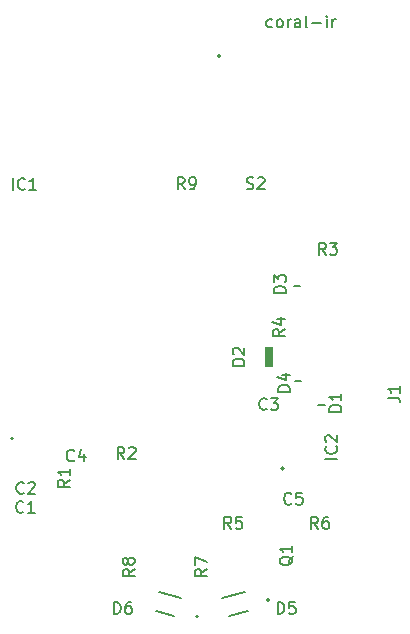
<source format=gto>
G04 #@! TF.GenerationSoftware,KiCad,Pcbnew,9.0.2*
G04 #@! TF.CreationDate,2025-06-24T14:33:43+02:00*
G04 #@! TF.ProjectId,coral-ir,636f7261-6c2d-4697-922e-6b696361645f,rev?*
G04 #@! TF.SameCoordinates,Original*
G04 #@! TF.FileFunction,Legend,Top*
G04 #@! TF.FilePolarity,Positive*
%FSLAX46Y46*%
G04 Gerber Fmt 4.6, Leading zero omitted, Abs format (unit mm)*
G04 Created by KiCad (PCBNEW 9.0.2) date 2025-06-24 14:33:43*
%MOMM*%
%LPD*%
G01*
G04 APERTURE LIST*
G04 Aperture macros list*
%AMRoundRect*
0 Rectangle with rounded corners*
0 $1 Rounding radius*
0 $2 $3 $4 $5 $6 $7 $8 $9 X,Y pos of 4 corners*
0 Add a 4 corners polygon primitive as box body*
4,1,4,$2,$3,$4,$5,$6,$7,$8,$9,$2,$3,0*
0 Add four circle primitives for the rounded corners*
1,1,$1+$1,$2,$3*
1,1,$1+$1,$4,$5*
1,1,$1+$1,$6,$7*
1,1,$1+$1,$8,$9*
0 Add four rect primitives between the rounded corners*
20,1,$1+$1,$2,$3,$4,$5,0*
20,1,$1+$1,$4,$5,$6,$7,0*
20,1,$1+$1,$6,$7,$8,$9,0*
20,1,$1+$1,$8,$9,$2,$3,0*%
G04 Aperture macros list end*
%ADD10C,0.153000*%
%ADD11C,0.200000*%
%ADD12C,0.127000*%
%ADD13C,0.010000*%
%ADD14R,1.400000X1.600000*%
%ADD15R,0.750000X0.600000*%
%ADD16R,0.600000X0.750000*%
%ADD17C,2.600000*%
%ADD18C,3.800000*%
%ADD19R,0.350000X0.800000*%
%ADD20R,2.500000X1.750000*%
%ADD21R,0.600000X0.620000*%
%ADD22RoundRect,0.102000X0.279375X0.696024X-0.589958X0.463087X-0.279375X-0.696024X0.589958X-0.463087X0*%
%ADD23R,0.914400X1.219200*%
%ADD24R,0.900000X1.500000*%
%ADD25R,0.800000X0.800000*%
%ADD26RoundRect,0.102000X0.589958X0.463087X-0.279375X0.696024X-0.589958X-0.463087X0.279375X-0.696024X0*%
%ADD27R,0.600000X1.250000*%
%ADD28R,0.320000X0.430000*%
%ADD29C,0.650000*%
%ADD30R,1.030000X0.600000*%
%ADD31R,1.080000X0.600000*%
%ADD32R,1.150000X0.300000*%
%ADD33O,2.100000X1.050000*%
%ADD34O,2.000000X1.000000*%
%ADD35C,1.270000*%
%ADD36C,2.409000*%
%ADD37R,2.250000X2.250000*%
%ADD38C,2.250000*%
G04 APERTURE END LIST*
D10*
X113445237Y-42757044D02*
X113349999Y-42804663D01*
X113349999Y-42804663D02*
X113159523Y-42804663D01*
X113159523Y-42804663D02*
X113064285Y-42757044D01*
X113064285Y-42757044D02*
X113016666Y-42709424D01*
X113016666Y-42709424D02*
X112969047Y-42614186D01*
X112969047Y-42614186D02*
X112969047Y-42328472D01*
X112969047Y-42328472D02*
X113016666Y-42233234D01*
X113016666Y-42233234D02*
X113064285Y-42185615D01*
X113064285Y-42185615D02*
X113159523Y-42137996D01*
X113159523Y-42137996D02*
X113349999Y-42137996D01*
X113349999Y-42137996D02*
X113445237Y-42185615D01*
X114016666Y-42804663D02*
X113921428Y-42757044D01*
X113921428Y-42757044D02*
X113873809Y-42709424D01*
X113873809Y-42709424D02*
X113826190Y-42614186D01*
X113826190Y-42614186D02*
X113826190Y-42328472D01*
X113826190Y-42328472D02*
X113873809Y-42233234D01*
X113873809Y-42233234D02*
X113921428Y-42185615D01*
X113921428Y-42185615D02*
X114016666Y-42137996D01*
X114016666Y-42137996D02*
X114159523Y-42137996D01*
X114159523Y-42137996D02*
X114254761Y-42185615D01*
X114254761Y-42185615D02*
X114302380Y-42233234D01*
X114302380Y-42233234D02*
X114349999Y-42328472D01*
X114349999Y-42328472D02*
X114349999Y-42614186D01*
X114349999Y-42614186D02*
X114302380Y-42709424D01*
X114302380Y-42709424D02*
X114254761Y-42757044D01*
X114254761Y-42757044D02*
X114159523Y-42804663D01*
X114159523Y-42804663D02*
X114016666Y-42804663D01*
X114778571Y-42804663D02*
X114778571Y-42137996D01*
X114778571Y-42328472D02*
X114826190Y-42233234D01*
X114826190Y-42233234D02*
X114873809Y-42185615D01*
X114873809Y-42185615D02*
X114969047Y-42137996D01*
X114969047Y-42137996D02*
X115064285Y-42137996D01*
X115826190Y-42804663D02*
X115826190Y-42280853D01*
X115826190Y-42280853D02*
X115778571Y-42185615D01*
X115778571Y-42185615D02*
X115683333Y-42137996D01*
X115683333Y-42137996D02*
X115492857Y-42137996D01*
X115492857Y-42137996D02*
X115397619Y-42185615D01*
X115826190Y-42757044D02*
X115730952Y-42804663D01*
X115730952Y-42804663D02*
X115492857Y-42804663D01*
X115492857Y-42804663D02*
X115397619Y-42757044D01*
X115397619Y-42757044D02*
X115350000Y-42661805D01*
X115350000Y-42661805D02*
X115350000Y-42566567D01*
X115350000Y-42566567D02*
X115397619Y-42471329D01*
X115397619Y-42471329D02*
X115492857Y-42423710D01*
X115492857Y-42423710D02*
X115730952Y-42423710D01*
X115730952Y-42423710D02*
X115826190Y-42376091D01*
X116445238Y-42804663D02*
X116350000Y-42757044D01*
X116350000Y-42757044D02*
X116302381Y-42661805D01*
X116302381Y-42661805D02*
X116302381Y-41804663D01*
X116826191Y-42423710D02*
X117588096Y-42423710D01*
X118064286Y-42804663D02*
X118064286Y-42137996D01*
X118064286Y-41804663D02*
X118016667Y-41852282D01*
X118016667Y-41852282D02*
X118064286Y-41899901D01*
X118064286Y-41899901D02*
X118111905Y-41852282D01*
X118111905Y-41852282D02*
X118064286Y-41804663D01*
X118064286Y-41804663D02*
X118064286Y-41899901D01*
X118540476Y-42804663D02*
X118540476Y-42137996D01*
X118540476Y-42328472D02*
X118588095Y-42233234D01*
X118588095Y-42233234D02*
X118635714Y-42185615D01*
X118635714Y-42185615D02*
X118730952Y-42137996D01*
X118730952Y-42137996D02*
X118826190Y-42137996D01*
D11*
X111288095Y-56454600D02*
X111430952Y-56502219D01*
X111430952Y-56502219D02*
X111669047Y-56502219D01*
X111669047Y-56502219D02*
X111764285Y-56454600D01*
X111764285Y-56454600D02*
X111811904Y-56406980D01*
X111811904Y-56406980D02*
X111859523Y-56311742D01*
X111859523Y-56311742D02*
X111859523Y-56216504D01*
X111859523Y-56216504D02*
X111811904Y-56121266D01*
X111811904Y-56121266D02*
X111764285Y-56073647D01*
X111764285Y-56073647D02*
X111669047Y-56026028D01*
X111669047Y-56026028D02*
X111478571Y-55978409D01*
X111478571Y-55978409D02*
X111383333Y-55930790D01*
X111383333Y-55930790D02*
X111335714Y-55883171D01*
X111335714Y-55883171D02*
X111288095Y-55787933D01*
X111288095Y-55787933D02*
X111288095Y-55692695D01*
X111288095Y-55692695D02*
X111335714Y-55597457D01*
X111335714Y-55597457D02*
X111383333Y-55549838D01*
X111383333Y-55549838D02*
X111478571Y-55502219D01*
X111478571Y-55502219D02*
X111716666Y-55502219D01*
X111716666Y-55502219D02*
X111859523Y-55549838D01*
X112240476Y-55597457D02*
X112288095Y-55549838D01*
X112288095Y-55549838D02*
X112383333Y-55502219D01*
X112383333Y-55502219D02*
X112621428Y-55502219D01*
X112621428Y-55502219D02*
X112716666Y-55549838D01*
X112716666Y-55549838D02*
X112764285Y-55597457D01*
X112764285Y-55597457D02*
X112811904Y-55692695D01*
X112811904Y-55692695D02*
X112811904Y-55787933D01*
X112811904Y-55787933D02*
X112764285Y-55930790D01*
X112764285Y-55930790D02*
X112192857Y-56502219D01*
X112192857Y-56502219D02*
X112811904Y-56502219D01*
X106033333Y-56502219D02*
X105700000Y-56026028D01*
X105461905Y-56502219D02*
X105461905Y-55502219D01*
X105461905Y-55502219D02*
X105842857Y-55502219D01*
X105842857Y-55502219D02*
X105938095Y-55549838D01*
X105938095Y-55549838D02*
X105985714Y-55597457D01*
X105985714Y-55597457D02*
X106033333Y-55692695D01*
X106033333Y-55692695D02*
X106033333Y-55835552D01*
X106033333Y-55835552D02*
X105985714Y-55930790D01*
X105985714Y-55930790D02*
X105938095Y-55978409D01*
X105938095Y-55978409D02*
X105842857Y-56026028D01*
X105842857Y-56026028D02*
X105461905Y-56026028D01*
X106509524Y-56502219D02*
X106700000Y-56502219D01*
X106700000Y-56502219D02*
X106795238Y-56454600D01*
X106795238Y-56454600D02*
X106842857Y-56406980D01*
X106842857Y-56406980D02*
X106938095Y-56264123D01*
X106938095Y-56264123D02*
X106985714Y-56073647D01*
X106985714Y-56073647D02*
X106985714Y-55692695D01*
X106985714Y-55692695D02*
X106938095Y-55597457D01*
X106938095Y-55597457D02*
X106890476Y-55549838D01*
X106890476Y-55549838D02*
X106795238Y-55502219D01*
X106795238Y-55502219D02*
X106604762Y-55502219D01*
X106604762Y-55502219D02*
X106509524Y-55549838D01*
X106509524Y-55549838D02*
X106461905Y-55597457D01*
X106461905Y-55597457D02*
X106414286Y-55692695D01*
X106414286Y-55692695D02*
X106414286Y-55930790D01*
X106414286Y-55930790D02*
X106461905Y-56026028D01*
X106461905Y-56026028D02*
X106509524Y-56073647D01*
X106509524Y-56073647D02*
X106604762Y-56121266D01*
X106604762Y-56121266D02*
X106795238Y-56121266D01*
X106795238Y-56121266D02*
X106890476Y-56073647D01*
X106890476Y-56073647D02*
X106938095Y-56026028D01*
X106938095Y-56026028D02*
X106985714Y-55930790D01*
X101802219Y-88666666D02*
X101326028Y-88999999D01*
X101802219Y-89238094D02*
X100802219Y-89238094D01*
X100802219Y-89238094D02*
X100802219Y-88857142D01*
X100802219Y-88857142D02*
X100849838Y-88761904D01*
X100849838Y-88761904D02*
X100897457Y-88714285D01*
X100897457Y-88714285D02*
X100992695Y-88666666D01*
X100992695Y-88666666D02*
X101135552Y-88666666D01*
X101135552Y-88666666D02*
X101230790Y-88714285D01*
X101230790Y-88714285D02*
X101278409Y-88761904D01*
X101278409Y-88761904D02*
X101326028Y-88857142D01*
X101326028Y-88857142D02*
X101326028Y-89238094D01*
X101230790Y-88095237D02*
X101183171Y-88190475D01*
X101183171Y-88190475D02*
X101135552Y-88238094D01*
X101135552Y-88238094D02*
X101040314Y-88285713D01*
X101040314Y-88285713D02*
X100992695Y-88285713D01*
X100992695Y-88285713D02*
X100897457Y-88238094D01*
X100897457Y-88238094D02*
X100849838Y-88190475D01*
X100849838Y-88190475D02*
X100802219Y-88095237D01*
X100802219Y-88095237D02*
X100802219Y-87904761D01*
X100802219Y-87904761D02*
X100849838Y-87809523D01*
X100849838Y-87809523D02*
X100897457Y-87761904D01*
X100897457Y-87761904D02*
X100992695Y-87714285D01*
X100992695Y-87714285D02*
X101040314Y-87714285D01*
X101040314Y-87714285D02*
X101135552Y-87761904D01*
X101135552Y-87761904D02*
X101183171Y-87809523D01*
X101183171Y-87809523D02*
X101230790Y-87904761D01*
X101230790Y-87904761D02*
X101230790Y-88095237D01*
X101230790Y-88095237D02*
X101278409Y-88190475D01*
X101278409Y-88190475D02*
X101326028Y-88238094D01*
X101326028Y-88238094D02*
X101421266Y-88285713D01*
X101421266Y-88285713D02*
X101611742Y-88285713D01*
X101611742Y-88285713D02*
X101706980Y-88238094D01*
X101706980Y-88238094D02*
X101754600Y-88190475D01*
X101754600Y-88190475D02*
X101802219Y-88095237D01*
X101802219Y-88095237D02*
X101802219Y-87904761D01*
X101802219Y-87904761D02*
X101754600Y-87809523D01*
X101754600Y-87809523D02*
X101706980Y-87761904D01*
X101706980Y-87761904D02*
X101611742Y-87714285D01*
X101611742Y-87714285D02*
X101421266Y-87714285D01*
X101421266Y-87714285D02*
X101326028Y-87761904D01*
X101326028Y-87761904D02*
X101278409Y-87809523D01*
X101278409Y-87809523D02*
X101230790Y-87904761D01*
D10*
X118954663Y-79326189D02*
X117954663Y-79326189D01*
X118859424Y-78278571D02*
X118907044Y-78326190D01*
X118907044Y-78326190D02*
X118954663Y-78469047D01*
X118954663Y-78469047D02*
X118954663Y-78564285D01*
X118954663Y-78564285D02*
X118907044Y-78707142D01*
X118907044Y-78707142D02*
X118811805Y-78802380D01*
X118811805Y-78802380D02*
X118716567Y-78849999D01*
X118716567Y-78849999D02*
X118526091Y-78897618D01*
X118526091Y-78897618D02*
X118383234Y-78897618D01*
X118383234Y-78897618D02*
X118192758Y-78849999D01*
X118192758Y-78849999D02*
X118097520Y-78802380D01*
X118097520Y-78802380D02*
X118002282Y-78707142D01*
X118002282Y-78707142D02*
X117954663Y-78564285D01*
X117954663Y-78564285D02*
X117954663Y-78469047D01*
X117954663Y-78469047D02*
X118002282Y-78326190D01*
X118002282Y-78326190D02*
X118049901Y-78278571D01*
X118049901Y-77897618D02*
X118002282Y-77849999D01*
X118002282Y-77849999D02*
X117954663Y-77754761D01*
X117954663Y-77754761D02*
X117954663Y-77516666D01*
X117954663Y-77516666D02*
X118002282Y-77421428D01*
X118002282Y-77421428D02*
X118049901Y-77373809D01*
X118049901Y-77373809D02*
X118145139Y-77326190D01*
X118145139Y-77326190D02*
X118240377Y-77326190D01*
X118240377Y-77326190D02*
X118383234Y-77373809D01*
X118383234Y-77373809D02*
X118954663Y-77945237D01*
X118954663Y-77945237D02*
X118954663Y-77326190D01*
D11*
X112983333Y-75106980D02*
X112935714Y-75154600D01*
X112935714Y-75154600D02*
X112792857Y-75202219D01*
X112792857Y-75202219D02*
X112697619Y-75202219D01*
X112697619Y-75202219D02*
X112554762Y-75154600D01*
X112554762Y-75154600D02*
X112459524Y-75059361D01*
X112459524Y-75059361D02*
X112411905Y-74964123D01*
X112411905Y-74964123D02*
X112364286Y-74773647D01*
X112364286Y-74773647D02*
X112364286Y-74630790D01*
X112364286Y-74630790D02*
X112411905Y-74440314D01*
X112411905Y-74440314D02*
X112459524Y-74345076D01*
X112459524Y-74345076D02*
X112554762Y-74249838D01*
X112554762Y-74249838D02*
X112697619Y-74202219D01*
X112697619Y-74202219D02*
X112792857Y-74202219D01*
X112792857Y-74202219D02*
X112935714Y-74249838D01*
X112935714Y-74249838D02*
X112983333Y-74297457D01*
X113316667Y-74202219D02*
X113935714Y-74202219D01*
X113935714Y-74202219D02*
X113602381Y-74583171D01*
X113602381Y-74583171D02*
X113745238Y-74583171D01*
X113745238Y-74583171D02*
X113840476Y-74630790D01*
X113840476Y-74630790D02*
X113888095Y-74678409D01*
X113888095Y-74678409D02*
X113935714Y-74773647D01*
X113935714Y-74773647D02*
X113935714Y-75011742D01*
X113935714Y-75011742D02*
X113888095Y-75106980D01*
X113888095Y-75106980D02*
X113840476Y-75154600D01*
X113840476Y-75154600D02*
X113745238Y-75202219D01*
X113745238Y-75202219D02*
X113459524Y-75202219D01*
X113459524Y-75202219D02*
X113364286Y-75154600D01*
X113364286Y-75154600D02*
X113316667Y-75106980D01*
X109983333Y-85252219D02*
X109650000Y-84776028D01*
X109411905Y-85252219D02*
X109411905Y-84252219D01*
X109411905Y-84252219D02*
X109792857Y-84252219D01*
X109792857Y-84252219D02*
X109888095Y-84299838D01*
X109888095Y-84299838D02*
X109935714Y-84347457D01*
X109935714Y-84347457D02*
X109983333Y-84442695D01*
X109983333Y-84442695D02*
X109983333Y-84585552D01*
X109983333Y-84585552D02*
X109935714Y-84680790D01*
X109935714Y-84680790D02*
X109888095Y-84728409D01*
X109888095Y-84728409D02*
X109792857Y-84776028D01*
X109792857Y-84776028D02*
X109411905Y-84776028D01*
X110888095Y-84252219D02*
X110411905Y-84252219D01*
X110411905Y-84252219D02*
X110364286Y-84728409D01*
X110364286Y-84728409D02*
X110411905Y-84680790D01*
X110411905Y-84680790D02*
X110507143Y-84633171D01*
X110507143Y-84633171D02*
X110745238Y-84633171D01*
X110745238Y-84633171D02*
X110840476Y-84680790D01*
X110840476Y-84680790D02*
X110888095Y-84728409D01*
X110888095Y-84728409D02*
X110935714Y-84823647D01*
X110935714Y-84823647D02*
X110935714Y-85061742D01*
X110935714Y-85061742D02*
X110888095Y-85156980D01*
X110888095Y-85156980D02*
X110840476Y-85204600D01*
X110840476Y-85204600D02*
X110745238Y-85252219D01*
X110745238Y-85252219D02*
X110507143Y-85252219D01*
X110507143Y-85252219D02*
X110411905Y-85204600D01*
X110411905Y-85204600D02*
X110364286Y-85156980D01*
D10*
X96304663Y-81116666D02*
X95828472Y-81449999D01*
X96304663Y-81688094D02*
X95304663Y-81688094D01*
X95304663Y-81688094D02*
X95304663Y-81307142D01*
X95304663Y-81307142D02*
X95352282Y-81211904D01*
X95352282Y-81211904D02*
X95399901Y-81164285D01*
X95399901Y-81164285D02*
X95495139Y-81116666D01*
X95495139Y-81116666D02*
X95637996Y-81116666D01*
X95637996Y-81116666D02*
X95733234Y-81164285D01*
X95733234Y-81164285D02*
X95780853Y-81211904D01*
X95780853Y-81211904D02*
X95828472Y-81307142D01*
X95828472Y-81307142D02*
X95828472Y-81688094D01*
X96304663Y-80164285D02*
X96304663Y-80735713D01*
X96304663Y-80449999D02*
X95304663Y-80449999D01*
X95304663Y-80449999D02*
X95447520Y-80545237D01*
X95447520Y-80545237D02*
X95542758Y-80640475D01*
X95542758Y-80640475D02*
X95590377Y-80735713D01*
D11*
X117333333Y-85252219D02*
X117000000Y-84776028D01*
X116761905Y-85252219D02*
X116761905Y-84252219D01*
X116761905Y-84252219D02*
X117142857Y-84252219D01*
X117142857Y-84252219D02*
X117238095Y-84299838D01*
X117238095Y-84299838D02*
X117285714Y-84347457D01*
X117285714Y-84347457D02*
X117333333Y-84442695D01*
X117333333Y-84442695D02*
X117333333Y-84585552D01*
X117333333Y-84585552D02*
X117285714Y-84680790D01*
X117285714Y-84680790D02*
X117238095Y-84728409D01*
X117238095Y-84728409D02*
X117142857Y-84776028D01*
X117142857Y-84776028D02*
X116761905Y-84776028D01*
X118190476Y-84252219D02*
X118000000Y-84252219D01*
X118000000Y-84252219D02*
X117904762Y-84299838D01*
X117904762Y-84299838D02*
X117857143Y-84347457D01*
X117857143Y-84347457D02*
X117761905Y-84490314D01*
X117761905Y-84490314D02*
X117714286Y-84680790D01*
X117714286Y-84680790D02*
X117714286Y-85061742D01*
X117714286Y-85061742D02*
X117761905Y-85156980D01*
X117761905Y-85156980D02*
X117809524Y-85204600D01*
X117809524Y-85204600D02*
X117904762Y-85252219D01*
X117904762Y-85252219D02*
X118095238Y-85252219D01*
X118095238Y-85252219D02*
X118190476Y-85204600D01*
X118190476Y-85204600D02*
X118238095Y-85156980D01*
X118238095Y-85156980D02*
X118285714Y-85061742D01*
X118285714Y-85061742D02*
X118285714Y-84823647D01*
X118285714Y-84823647D02*
X118238095Y-84728409D01*
X118238095Y-84728409D02*
X118190476Y-84680790D01*
X118190476Y-84680790D02*
X118095238Y-84633171D01*
X118095238Y-84633171D02*
X117904762Y-84633171D01*
X117904762Y-84633171D02*
X117809524Y-84680790D01*
X117809524Y-84680790D02*
X117761905Y-84728409D01*
X117761905Y-84728409D02*
X117714286Y-84823647D01*
X113911905Y-92452219D02*
X113911905Y-91452219D01*
X113911905Y-91452219D02*
X114150000Y-91452219D01*
X114150000Y-91452219D02*
X114292857Y-91499838D01*
X114292857Y-91499838D02*
X114388095Y-91595076D01*
X114388095Y-91595076D02*
X114435714Y-91690314D01*
X114435714Y-91690314D02*
X114483333Y-91880790D01*
X114483333Y-91880790D02*
X114483333Y-92023647D01*
X114483333Y-92023647D02*
X114435714Y-92214123D01*
X114435714Y-92214123D02*
X114388095Y-92309361D01*
X114388095Y-92309361D02*
X114292857Y-92404600D01*
X114292857Y-92404600D02*
X114150000Y-92452219D01*
X114150000Y-92452219D02*
X113911905Y-92452219D01*
X115388095Y-91452219D02*
X114911905Y-91452219D01*
X114911905Y-91452219D02*
X114864286Y-91928409D01*
X114864286Y-91928409D02*
X114911905Y-91880790D01*
X114911905Y-91880790D02*
X115007143Y-91833171D01*
X115007143Y-91833171D02*
X115245238Y-91833171D01*
X115245238Y-91833171D02*
X115340476Y-91880790D01*
X115340476Y-91880790D02*
X115388095Y-91928409D01*
X115388095Y-91928409D02*
X115435714Y-92023647D01*
X115435714Y-92023647D02*
X115435714Y-92261742D01*
X115435714Y-92261742D02*
X115388095Y-92356980D01*
X115388095Y-92356980D02*
X115340476Y-92404600D01*
X115340476Y-92404600D02*
X115245238Y-92452219D01*
X115245238Y-92452219D02*
X115007143Y-92452219D01*
X115007143Y-92452219D02*
X114911905Y-92404600D01*
X114911905Y-92404600D02*
X114864286Y-92356980D01*
D10*
X111104663Y-71438094D02*
X110104663Y-71438094D01*
X110104663Y-71438094D02*
X110104663Y-71199999D01*
X110104663Y-71199999D02*
X110152282Y-71057142D01*
X110152282Y-71057142D02*
X110247520Y-70961904D01*
X110247520Y-70961904D02*
X110342758Y-70914285D01*
X110342758Y-70914285D02*
X110533234Y-70866666D01*
X110533234Y-70866666D02*
X110676091Y-70866666D01*
X110676091Y-70866666D02*
X110866567Y-70914285D01*
X110866567Y-70914285D02*
X110961805Y-70961904D01*
X110961805Y-70961904D02*
X111057044Y-71057142D01*
X111057044Y-71057142D02*
X111104663Y-71199999D01*
X111104663Y-71199999D02*
X111104663Y-71438094D01*
X110199901Y-70485713D02*
X110152282Y-70438094D01*
X110152282Y-70438094D02*
X110104663Y-70342856D01*
X110104663Y-70342856D02*
X110104663Y-70104761D01*
X110104663Y-70104761D02*
X110152282Y-70009523D01*
X110152282Y-70009523D02*
X110199901Y-69961904D01*
X110199901Y-69961904D02*
X110295139Y-69914285D01*
X110295139Y-69914285D02*
X110390377Y-69914285D01*
X110390377Y-69914285D02*
X110533234Y-69961904D01*
X110533234Y-69961904D02*
X111104663Y-70533332D01*
X111104663Y-70533332D02*
X111104663Y-69914285D01*
D11*
X92383333Y-83806980D02*
X92335714Y-83854600D01*
X92335714Y-83854600D02*
X92192857Y-83902219D01*
X92192857Y-83902219D02*
X92097619Y-83902219D01*
X92097619Y-83902219D02*
X91954762Y-83854600D01*
X91954762Y-83854600D02*
X91859524Y-83759361D01*
X91859524Y-83759361D02*
X91811905Y-83664123D01*
X91811905Y-83664123D02*
X91764286Y-83473647D01*
X91764286Y-83473647D02*
X91764286Y-83330790D01*
X91764286Y-83330790D02*
X91811905Y-83140314D01*
X91811905Y-83140314D02*
X91859524Y-83045076D01*
X91859524Y-83045076D02*
X91954762Y-82949838D01*
X91954762Y-82949838D02*
X92097619Y-82902219D01*
X92097619Y-82902219D02*
X92192857Y-82902219D01*
X92192857Y-82902219D02*
X92335714Y-82949838D01*
X92335714Y-82949838D02*
X92383333Y-82997457D01*
X93335714Y-83902219D02*
X92764286Y-83902219D01*
X93050000Y-83902219D02*
X93050000Y-82902219D01*
X93050000Y-82902219D02*
X92954762Y-83045076D01*
X92954762Y-83045076D02*
X92859524Y-83140314D01*
X92859524Y-83140314D02*
X92764286Y-83187933D01*
D10*
X91473810Y-56554663D02*
X91473810Y-55554663D01*
X92521428Y-56459424D02*
X92473809Y-56507044D01*
X92473809Y-56507044D02*
X92330952Y-56554663D01*
X92330952Y-56554663D02*
X92235714Y-56554663D01*
X92235714Y-56554663D02*
X92092857Y-56507044D01*
X92092857Y-56507044D02*
X91997619Y-56411805D01*
X91997619Y-56411805D02*
X91950000Y-56316567D01*
X91950000Y-56316567D02*
X91902381Y-56126091D01*
X91902381Y-56126091D02*
X91902381Y-55983234D01*
X91902381Y-55983234D02*
X91950000Y-55792758D01*
X91950000Y-55792758D02*
X91997619Y-55697520D01*
X91997619Y-55697520D02*
X92092857Y-55602282D01*
X92092857Y-55602282D02*
X92235714Y-55554663D01*
X92235714Y-55554663D02*
X92330952Y-55554663D01*
X92330952Y-55554663D02*
X92473809Y-55602282D01*
X92473809Y-55602282D02*
X92521428Y-55649901D01*
X93473809Y-56554663D02*
X92902381Y-56554663D01*
X93188095Y-56554663D02*
X93188095Y-55554663D01*
X93188095Y-55554663D02*
X93092857Y-55697520D01*
X93092857Y-55697520D02*
X92997619Y-55792758D01*
X92997619Y-55792758D02*
X92902381Y-55840377D01*
X100933333Y-79354663D02*
X100600000Y-78878472D01*
X100361905Y-79354663D02*
X100361905Y-78354663D01*
X100361905Y-78354663D02*
X100742857Y-78354663D01*
X100742857Y-78354663D02*
X100838095Y-78402282D01*
X100838095Y-78402282D02*
X100885714Y-78449901D01*
X100885714Y-78449901D02*
X100933333Y-78545139D01*
X100933333Y-78545139D02*
X100933333Y-78687996D01*
X100933333Y-78687996D02*
X100885714Y-78783234D01*
X100885714Y-78783234D02*
X100838095Y-78830853D01*
X100838095Y-78830853D02*
X100742857Y-78878472D01*
X100742857Y-78878472D02*
X100361905Y-78878472D01*
X101314286Y-78449901D02*
X101361905Y-78402282D01*
X101361905Y-78402282D02*
X101457143Y-78354663D01*
X101457143Y-78354663D02*
X101695238Y-78354663D01*
X101695238Y-78354663D02*
X101790476Y-78402282D01*
X101790476Y-78402282D02*
X101838095Y-78449901D01*
X101838095Y-78449901D02*
X101885714Y-78545139D01*
X101885714Y-78545139D02*
X101885714Y-78640377D01*
X101885714Y-78640377D02*
X101838095Y-78783234D01*
X101838095Y-78783234D02*
X101266667Y-79354663D01*
X101266667Y-79354663D02*
X101885714Y-79354663D01*
D11*
X100061905Y-92452218D02*
X100061905Y-91452218D01*
X100061905Y-91452218D02*
X100300000Y-91452218D01*
X100300000Y-91452218D02*
X100442857Y-91499837D01*
X100442857Y-91499837D02*
X100538095Y-91595075D01*
X100538095Y-91595075D02*
X100585714Y-91690313D01*
X100585714Y-91690313D02*
X100633333Y-91880789D01*
X100633333Y-91880789D02*
X100633333Y-92023646D01*
X100633333Y-92023646D02*
X100585714Y-92214122D01*
X100585714Y-92214122D02*
X100538095Y-92309360D01*
X100538095Y-92309360D02*
X100442857Y-92404599D01*
X100442857Y-92404599D02*
X100300000Y-92452218D01*
X100300000Y-92452218D02*
X100061905Y-92452218D01*
X101490476Y-91452218D02*
X101300000Y-91452218D01*
X101300000Y-91452218D02*
X101204762Y-91499837D01*
X101204762Y-91499837D02*
X101157143Y-91547456D01*
X101157143Y-91547456D02*
X101061905Y-91690313D01*
X101061905Y-91690313D02*
X101014286Y-91880789D01*
X101014286Y-91880789D02*
X101014286Y-92261741D01*
X101014286Y-92261741D02*
X101061905Y-92356979D01*
X101061905Y-92356979D02*
X101109524Y-92404599D01*
X101109524Y-92404599D02*
X101204762Y-92452218D01*
X101204762Y-92452218D02*
X101395238Y-92452218D01*
X101395238Y-92452218D02*
X101490476Y-92404599D01*
X101490476Y-92404599D02*
X101538095Y-92356979D01*
X101538095Y-92356979D02*
X101585714Y-92261741D01*
X101585714Y-92261741D02*
X101585714Y-92023646D01*
X101585714Y-92023646D02*
X101538095Y-91928408D01*
X101538095Y-91928408D02*
X101490476Y-91880789D01*
X101490476Y-91880789D02*
X101395238Y-91833170D01*
X101395238Y-91833170D02*
X101204762Y-91833170D01*
X101204762Y-91833170D02*
X101109524Y-91880789D01*
X101109524Y-91880789D02*
X101061905Y-91928408D01*
X101061905Y-91928408D02*
X101014286Y-92023646D01*
X115197457Y-87595238D02*
X115149838Y-87690476D01*
X115149838Y-87690476D02*
X115054600Y-87785714D01*
X115054600Y-87785714D02*
X114911742Y-87928571D01*
X114911742Y-87928571D02*
X114864123Y-88023809D01*
X114864123Y-88023809D02*
X114864123Y-88119047D01*
X115102219Y-88071428D02*
X115054600Y-88166666D01*
X115054600Y-88166666D02*
X114959361Y-88261904D01*
X114959361Y-88261904D02*
X114768885Y-88309523D01*
X114768885Y-88309523D02*
X114435552Y-88309523D01*
X114435552Y-88309523D02*
X114245076Y-88261904D01*
X114245076Y-88261904D02*
X114149838Y-88166666D01*
X114149838Y-88166666D02*
X114102219Y-88071428D01*
X114102219Y-88071428D02*
X114102219Y-87880952D01*
X114102219Y-87880952D02*
X114149838Y-87785714D01*
X114149838Y-87785714D02*
X114245076Y-87690476D01*
X114245076Y-87690476D02*
X114435552Y-87642857D01*
X114435552Y-87642857D02*
X114768885Y-87642857D01*
X114768885Y-87642857D02*
X114959361Y-87690476D01*
X114959361Y-87690476D02*
X115054600Y-87785714D01*
X115054600Y-87785714D02*
X115102219Y-87880952D01*
X115102219Y-87880952D02*
X115102219Y-88071428D01*
X115102219Y-86690476D02*
X115102219Y-87261904D01*
X115102219Y-86976190D02*
X114102219Y-86976190D01*
X114102219Y-86976190D02*
X114245076Y-87071428D01*
X114245076Y-87071428D02*
X114340314Y-87166666D01*
X114340314Y-87166666D02*
X114387933Y-87261904D01*
D10*
X114604663Y-65288094D02*
X113604663Y-65288094D01*
X113604663Y-65288094D02*
X113604663Y-65049999D01*
X113604663Y-65049999D02*
X113652282Y-64907142D01*
X113652282Y-64907142D02*
X113747520Y-64811904D01*
X113747520Y-64811904D02*
X113842758Y-64764285D01*
X113842758Y-64764285D02*
X114033234Y-64716666D01*
X114033234Y-64716666D02*
X114176091Y-64716666D01*
X114176091Y-64716666D02*
X114366567Y-64764285D01*
X114366567Y-64764285D02*
X114461805Y-64811904D01*
X114461805Y-64811904D02*
X114557044Y-64907142D01*
X114557044Y-64907142D02*
X114604663Y-65049999D01*
X114604663Y-65049999D02*
X114604663Y-65288094D01*
X113604663Y-64383332D02*
X113604663Y-63764285D01*
X113604663Y-63764285D02*
X113985615Y-64097618D01*
X113985615Y-64097618D02*
X113985615Y-63954761D01*
X113985615Y-63954761D02*
X114033234Y-63859523D01*
X114033234Y-63859523D02*
X114080853Y-63811904D01*
X114080853Y-63811904D02*
X114176091Y-63764285D01*
X114176091Y-63764285D02*
X114414186Y-63764285D01*
X114414186Y-63764285D02*
X114509424Y-63811904D01*
X114509424Y-63811904D02*
X114557044Y-63859523D01*
X114557044Y-63859523D02*
X114604663Y-63954761D01*
X114604663Y-63954761D02*
X114604663Y-64240475D01*
X114604663Y-64240475D02*
X114557044Y-64335713D01*
X114557044Y-64335713D02*
X114509424Y-64383332D01*
X114954663Y-73638094D02*
X113954663Y-73638094D01*
X113954663Y-73638094D02*
X113954663Y-73399999D01*
X113954663Y-73399999D02*
X114002282Y-73257142D01*
X114002282Y-73257142D02*
X114097520Y-73161904D01*
X114097520Y-73161904D02*
X114192758Y-73114285D01*
X114192758Y-73114285D02*
X114383234Y-73066666D01*
X114383234Y-73066666D02*
X114526091Y-73066666D01*
X114526091Y-73066666D02*
X114716567Y-73114285D01*
X114716567Y-73114285D02*
X114811805Y-73161904D01*
X114811805Y-73161904D02*
X114907044Y-73257142D01*
X114907044Y-73257142D02*
X114954663Y-73399999D01*
X114954663Y-73399999D02*
X114954663Y-73638094D01*
X114287996Y-72209523D02*
X114954663Y-72209523D01*
X113907044Y-72447618D02*
X114621329Y-72685713D01*
X114621329Y-72685713D02*
X114621329Y-72066666D01*
X117983333Y-62054663D02*
X117650000Y-61578472D01*
X117411905Y-62054663D02*
X117411905Y-61054663D01*
X117411905Y-61054663D02*
X117792857Y-61054663D01*
X117792857Y-61054663D02*
X117888095Y-61102282D01*
X117888095Y-61102282D02*
X117935714Y-61149901D01*
X117935714Y-61149901D02*
X117983333Y-61245139D01*
X117983333Y-61245139D02*
X117983333Y-61387996D01*
X117983333Y-61387996D02*
X117935714Y-61483234D01*
X117935714Y-61483234D02*
X117888095Y-61530853D01*
X117888095Y-61530853D02*
X117792857Y-61578472D01*
X117792857Y-61578472D02*
X117411905Y-61578472D01*
X118316667Y-61054663D02*
X118935714Y-61054663D01*
X118935714Y-61054663D02*
X118602381Y-61435615D01*
X118602381Y-61435615D02*
X118745238Y-61435615D01*
X118745238Y-61435615D02*
X118840476Y-61483234D01*
X118840476Y-61483234D02*
X118888095Y-61530853D01*
X118888095Y-61530853D02*
X118935714Y-61626091D01*
X118935714Y-61626091D02*
X118935714Y-61864186D01*
X118935714Y-61864186D02*
X118888095Y-61959424D01*
X118888095Y-61959424D02*
X118840476Y-62007044D01*
X118840476Y-62007044D02*
X118745238Y-62054663D01*
X118745238Y-62054663D02*
X118459524Y-62054663D01*
X118459524Y-62054663D02*
X118364286Y-62007044D01*
X118364286Y-62007044D02*
X118316667Y-61959424D01*
X119304663Y-75338094D02*
X118304663Y-75338094D01*
X118304663Y-75338094D02*
X118304663Y-75099999D01*
X118304663Y-75099999D02*
X118352282Y-74957142D01*
X118352282Y-74957142D02*
X118447520Y-74861904D01*
X118447520Y-74861904D02*
X118542758Y-74814285D01*
X118542758Y-74814285D02*
X118733234Y-74766666D01*
X118733234Y-74766666D02*
X118876091Y-74766666D01*
X118876091Y-74766666D02*
X119066567Y-74814285D01*
X119066567Y-74814285D02*
X119161805Y-74861904D01*
X119161805Y-74861904D02*
X119257044Y-74957142D01*
X119257044Y-74957142D02*
X119304663Y-75099999D01*
X119304663Y-75099999D02*
X119304663Y-75338094D01*
X119304663Y-73814285D02*
X119304663Y-74385713D01*
X119304663Y-74099999D02*
X118304663Y-74099999D01*
X118304663Y-74099999D02*
X118447520Y-74195237D01*
X118447520Y-74195237D02*
X118542758Y-74290475D01*
X118542758Y-74290475D02*
X118590377Y-74385713D01*
X114504663Y-68366666D02*
X114028472Y-68699999D01*
X114504663Y-68938094D02*
X113504663Y-68938094D01*
X113504663Y-68938094D02*
X113504663Y-68557142D01*
X113504663Y-68557142D02*
X113552282Y-68461904D01*
X113552282Y-68461904D02*
X113599901Y-68414285D01*
X113599901Y-68414285D02*
X113695139Y-68366666D01*
X113695139Y-68366666D02*
X113837996Y-68366666D01*
X113837996Y-68366666D02*
X113933234Y-68414285D01*
X113933234Y-68414285D02*
X113980853Y-68461904D01*
X113980853Y-68461904D02*
X114028472Y-68557142D01*
X114028472Y-68557142D02*
X114028472Y-68938094D01*
X113837996Y-67509523D02*
X114504663Y-67509523D01*
X113457044Y-67747618D02*
X114171329Y-67985713D01*
X114171329Y-67985713D02*
X114171329Y-67366666D01*
X123254663Y-74163333D02*
X123968948Y-74163333D01*
X123968948Y-74163333D02*
X124111805Y-74210952D01*
X124111805Y-74210952D02*
X124207044Y-74306190D01*
X124207044Y-74306190D02*
X124254663Y-74449047D01*
X124254663Y-74449047D02*
X124254663Y-74544285D01*
X124254663Y-73163333D02*
X124254663Y-73734761D01*
X124254663Y-73449047D02*
X123254663Y-73449047D01*
X123254663Y-73449047D02*
X123397520Y-73544285D01*
X123397520Y-73544285D02*
X123492758Y-73639523D01*
X123492758Y-73639523D02*
X123540377Y-73734761D01*
X96683333Y-79459424D02*
X96635714Y-79507044D01*
X96635714Y-79507044D02*
X96492857Y-79554663D01*
X96492857Y-79554663D02*
X96397619Y-79554663D01*
X96397619Y-79554663D02*
X96254762Y-79507044D01*
X96254762Y-79507044D02*
X96159524Y-79411805D01*
X96159524Y-79411805D02*
X96111905Y-79316567D01*
X96111905Y-79316567D02*
X96064286Y-79126091D01*
X96064286Y-79126091D02*
X96064286Y-78983234D01*
X96064286Y-78983234D02*
X96111905Y-78792758D01*
X96111905Y-78792758D02*
X96159524Y-78697520D01*
X96159524Y-78697520D02*
X96254762Y-78602282D01*
X96254762Y-78602282D02*
X96397619Y-78554663D01*
X96397619Y-78554663D02*
X96492857Y-78554663D01*
X96492857Y-78554663D02*
X96635714Y-78602282D01*
X96635714Y-78602282D02*
X96683333Y-78649901D01*
X97540476Y-78887996D02*
X97540476Y-79554663D01*
X97302381Y-78507044D02*
X97064286Y-79221329D01*
X97064286Y-79221329D02*
X97683333Y-79221329D01*
D11*
X107902219Y-88666666D02*
X107426028Y-88999999D01*
X107902219Y-89238094D02*
X106902219Y-89238094D01*
X106902219Y-89238094D02*
X106902219Y-88857142D01*
X106902219Y-88857142D02*
X106949838Y-88761904D01*
X106949838Y-88761904D02*
X106997457Y-88714285D01*
X106997457Y-88714285D02*
X107092695Y-88666666D01*
X107092695Y-88666666D02*
X107235552Y-88666666D01*
X107235552Y-88666666D02*
X107330790Y-88714285D01*
X107330790Y-88714285D02*
X107378409Y-88761904D01*
X107378409Y-88761904D02*
X107426028Y-88857142D01*
X107426028Y-88857142D02*
X107426028Y-89238094D01*
X106902219Y-88333332D02*
X106902219Y-87666666D01*
X106902219Y-87666666D02*
X107902219Y-88095237D01*
X92423333Y-82206980D02*
X92375714Y-82254600D01*
X92375714Y-82254600D02*
X92232857Y-82302219D01*
X92232857Y-82302219D02*
X92137619Y-82302219D01*
X92137619Y-82302219D02*
X91994762Y-82254600D01*
X91994762Y-82254600D02*
X91899524Y-82159361D01*
X91899524Y-82159361D02*
X91851905Y-82064123D01*
X91851905Y-82064123D02*
X91804286Y-81873647D01*
X91804286Y-81873647D02*
X91804286Y-81730790D01*
X91804286Y-81730790D02*
X91851905Y-81540314D01*
X91851905Y-81540314D02*
X91899524Y-81445076D01*
X91899524Y-81445076D02*
X91994762Y-81349838D01*
X91994762Y-81349838D02*
X92137619Y-81302219D01*
X92137619Y-81302219D02*
X92232857Y-81302219D01*
X92232857Y-81302219D02*
X92375714Y-81349838D01*
X92375714Y-81349838D02*
X92423333Y-81397457D01*
X92804286Y-81397457D02*
X92851905Y-81349838D01*
X92851905Y-81349838D02*
X92947143Y-81302219D01*
X92947143Y-81302219D02*
X93185238Y-81302219D01*
X93185238Y-81302219D02*
X93280476Y-81349838D01*
X93280476Y-81349838D02*
X93328095Y-81397457D01*
X93328095Y-81397457D02*
X93375714Y-81492695D01*
X93375714Y-81492695D02*
X93375714Y-81587933D01*
X93375714Y-81587933D02*
X93328095Y-81730790D01*
X93328095Y-81730790D02*
X92756667Y-82302219D01*
X92756667Y-82302219D02*
X93375714Y-82302219D01*
X115083333Y-83106980D02*
X115035714Y-83154600D01*
X115035714Y-83154600D02*
X114892857Y-83202219D01*
X114892857Y-83202219D02*
X114797619Y-83202219D01*
X114797619Y-83202219D02*
X114654762Y-83154600D01*
X114654762Y-83154600D02*
X114559524Y-83059361D01*
X114559524Y-83059361D02*
X114511905Y-82964123D01*
X114511905Y-82964123D02*
X114464286Y-82773647D01*
X114464286Y-82773647D02*
X114464286Y-82630790D01*
X114464286Y-82630790D02*
X114511905Y-82440314D01*
X114511905Y-82440314D02*
X114559524Y-82345076D01*
X114559524Y-82345076D02*
X114654762Y-82249838D01*
X114654762Y-82249838D02*
X114797619Y-82202219D01*
X114797619Y-82202219D02*
X114892857Y-82202219D01*
X114892857Y-82202219D02*
X115035714Y-82249838D01*
X115035714Y-82249838D02*
X115083333Y-82297457D01*
X115988095Y-82202219D02*
X115511905Y-82202219D01*
X115511905Y-82202219D02*
X115464286Y-82678409D01*
X115464286Y-82678409D02*
X115511905Y-82630790D01*
X115511905Y-82630790D02*
X115607143Y-82583171D01*
X115607143Y-82583171D02*
X115845238Y-82583171D01*
X115845238Y-82583171D02*
X115940476Y-82630790D01*
X115940476Y-82630790D02*
X115988095Y-82678409D01*
X115988095Y-82678409D02*
X116035714Y-82773647D01*
X116035714Y-82773647D02*
X116035714Y-83011742D01*
X116035714Y-83011742D02*
X115988095Y-83106980D01*
X115988095Y-83106980D02*
X115940476Y-83154600D01*
X115940476Y-83154600D02*
X115845238Y-83202219D01*
X115845238Y-83202219D02*
X115607143Y-83202219D01*
X115607143Y-83202219D02*
X115511905Y-83154600D01*
X115511905Y-83154600D02*
X115464286Y-83106980D01*
X109067000Y-45231000D02*
G75*
G02*
X108867000Y-45231000I-100000J0D01*
G01*
X108867000Y-45231000D02*
G75*
G02*
X109067000Y-45231000I100000J0D01*
G01*
X114425000Y-80150000D02*
G75*
G02*
X114225000Y-80150000I-100000J0D01*
G01*
X114225000Y-80150000D02*
G75*
G02*
X114425000Y-80150000I100000J0D01*
G01*
D12*
X109229962Y-91123856D02*
X111161813Y-90606218D01*
X109837257Y-92617574D02*
X111382739Y-92203463D01*
D11*
X113195751Y-91294118D02*
G75*
G02*
X112995753Y-91294118I-99999J0D01*
G01*
X112995753Y-91294118D02*
G75*
G02*
X113195751Y-91294118I99999J0D01*
G01*
D13*
X113482700Y-71500000D02*
X112881256Y-71500000D01*
X112881256Y-69898716D01*
X113482700Y-69898716D01*
X113482700Y-71500000D01*
G36*
X113482700Y-71500000D02*
G01*
X112881256Y-71500000D01*
X112881256Y-69898716D01*
X113482700Y-69898716D01*
X113482700Y-71500000D01*
G37*
D11*
X91540000Y-77600000D02*
G75*
G02*
X91340000Y-77600000I-100000J0D01*
G01*
X91340000Y-77600000D02*
G75*
G02*
X91540000Y-77600000I100000J0D01*
G01*
D12*
X103617261Y-92203463D02*
X105162743Y-92617574D01*
X103838187Y-90606218D02*
X105770038Y-91123856D01*
D11*
X107200929Y-92686564D02*
G75*
G02*
X107000929Y-92686564I-100000J0D01*
G01*
X107000929Y-92686564D02*
G75*
G02*
X107200929Y-92686564I100000J0D01*
G01*
X115323000Y-64702400D02*
X115854000Y-64702400D01*
X115927000Y-72747600D02*
X115396000Y-72747600D01*
X117373000Y-74752400D02*
X117904000Y-74752400D01*
%LPC*%
D14*
X109050000Y-46700000D03*
X109050000Y-53900000D03*
X112050000Y-46700000D03*
X112050000Y-53900000D03*
D15*
X107950000Y-56050000D03*
X109050000Y-56050000D03*
D16*
X102900000Y-89050000D03*
X102900000Y-87950000D03*
D17*
X92500000Y-42500000D03*
D18*
X92500000Y-42500000D03*
D19*
X114900000Y-79850000D03*
X115550000Y-79850000D03*
X116200000Y-79850000D03*
X116850000Y-79850000D03*
X116850000Y-76850000D03*
X116200000Y-76850000D03*
X115550000Y-76850000D03*
X114900000Y-76850000D03*
D20*
X115875000Y-78350000D03*
D21*
X114890000Y-74750000D03*
X115810000Y-74750000D03*
D15*
X113050000Y-84800000D03*
X111950000Y-84800000D03*
D16*
X94400000Y-80400000D03*
X94400000Y-81500000D03*
D15*
X114550000Y-84800000D03*
X115650000Y-84800000D03*
D17*
X122500000Y-92500000D03*
D18*
X122500000Y-92500000D03*
D17*
X92500000Y-92500000D03*
D18*
X92500000Y-92500000D03*
D22*
X108906222Y-92427050D03*
X112093778Y-91572950D03*
D23*
X112200000Y-70700000D03*
X115476600Y-70700000D03*
D21*
X93050000Y-80300000D03*
X92130000Y-80300000D03*
D24*
X91430000Y-76250000D03*
X92700000Y-76250000D03*
X93970000Y-76250000D03*
X95240000Y-76250000D03*
X96510000Y-76250000D03*
X97780000Y-76250000D03*
X99050000Y-76250000D03*
X100320000Y-76250000D03*
X101590000Y-76250000D03*
X102860000Y-76250000D03*
X104130000Y-76250000D03*
X105400000Y-76250000D03*
X106670000Y-76250000D03*
X107940000Y-76250000D03*
X107940000Y-58750000D03*
X106670000Y-58750000D03*
X105400000Y-58750000D03*
X104130000Y-58750000D03*
X102860000Y-58750000D03*
X101590000Y-58750000D03*
X100320000Y-58750000D03*
X99050000Y-58750000D03*
X97780000Y-58750000D03*
X96510000Y-58750000D03*
X95240000Y-58750000D03*
X93970000Y-58750000D03*
X92700000Y-58750000D03*
X91430000Y-58750000D03*
D25*
X97150000Y-69005000D03*
X95900000Y-70255000D03*
X97150000Y-70255000D03*
X98400000Y-70255000D03*
X98400000Y-69005000D03*
X98400000Y-67755000D03*
X97150000Y-67755000D03*
X95900000Y-67755000D03*
X95900000Y-69005000D03*
D15*
X102850000Y-78900000D03*
X103950000Y-78900000D03*
D26*
X102906222Y-91572950D03*
X106093778Y-92427050D03*
D27*
X113040000Y-86450000D03*
X111140000Y-86450000D03*
X112090000Y-88550000D03*
D28*
X115600000Y-65100000D03*
X115600000Y-64000000D03*
X115650000Y-72350000D03*
X115650000Y-73450000D03*
D15*
X119800000Y-61600000D03*
X120900000Y-61600000D03*
D28*
X117650000Y-75150000D03*
X117650000Y-74050000D03*
D16*
X115550000Y-68750000D03*
X115550000Y-67650000D03*
D29*
X118720000Y-70390000D03*
X118720000Y-64610000D03*
D30*
X117585000Y-70700000D03*
D31*
X117610000Y-69900000D03*
D32*
X117645000Y-68750000D03*
X117645000Y-67750000D03*
X117645000Y-67250000D03*
X117645000Y-66250000D03*
D30*
X117585000Y-64300000D03*
D31*
X117610000Y-65100000D03*
D32*
X117645000Y-65750000D03*
X117645000Y-66750000D03*
X117645000Y-68250000D03*
X117645000Y-69250000D03*
D33*
X118220000Y-71820000D03*
D34*
X122400000Y-71820000D03*
X122400000Y-63180000D03*
D33*
X118220000Y-63180000D03*
D21*
X94390000Y-79150000D03*
X95310000Y-79150000D03*
D17*
X122500000Y-42500000D03*
D18*
X122500000Y-42500000D03*
D16*
X108900000Y-89050000D03*
X108900000Y-87950000D03*
D21*
X93050000Y-79050000D03*
X92130000Y-79050000D03*
X114890000Y-81300000D03*
X115810000Y-81300000D03*
D35*
X96130000Y-46920000D03*
D36*
X102500000Y-85485000D03*
X102500000Y-47515000D03*
D37*
X115350000Y-58100000D03*
D38*
X115350000Y-53600000D03*
X115350000Y-49100000D03*
X121850000Y-49100000D03*
X121850000Y-53600000D03*
X121850000Y-58100000D03*
%LPD*%
M02*

</source>
